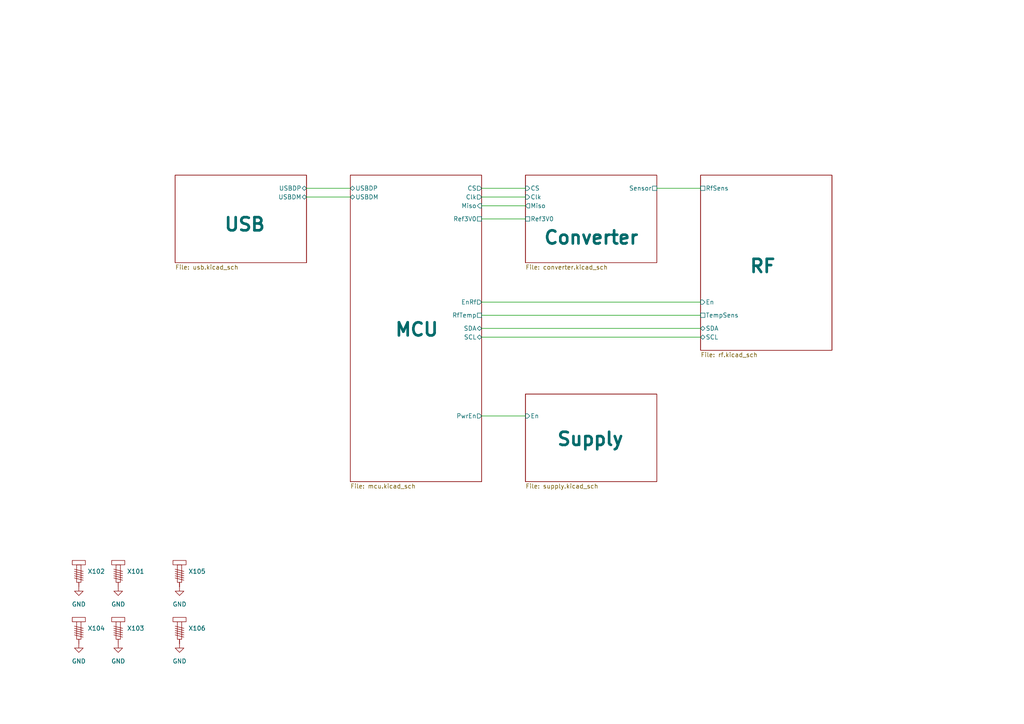
<source format=kicad_sch>
(kicad_sch (version 20211123) (generator eeschema)
  (paper "A4")
  (title_block (title "Powermeter") (date "2022-04-09") (rev "2") (company "apfau.de") (comment 1 "Top Level"))
  (lib_symbols
    (symbol ".powermeter:MountingHoleConnected" (pin_numbers hide) (pin_names (offset 1.016) hide)
      (property "Reference" "X" (at 2.54 1.27 0))
      (symbol "MountingHoleConnected_0_1"
        (rectangle (start -1.905 3.81) (end 1.905 2.54))
        (rectangle (start -0.635 2.54) (end 0.635 -2.54))
        (polyline (pts (xy -1.27 -1.27) (xy 1.27 -1.905)))
        (polyline (pts (xy -1.27 -0.635) (xy 1.27 -1.27)))
        (polyline (pts (xy -1.27 0) (xy 1.27 -0.635)))
        (polyline (pts (xy -1.27 0.635) (xy 1.27 0)))
        (polyline (pts (xy -1.27 1.27) (xy 1.27 0.635)))
      )
      (symbol "MountingHoleConnected_1_1"
        (pin passive line (at 0 -3.81 90) (length 1.27) (name "1") (number "1"))
      )
    )
    (symbol "power:GND" (power) (pin_names (offset 0))
      (property "Value" "GND" (at 0 -3.81 0))
      (symbol "GND_0_1"
        (polyline (pts (xy 0 0) (xy 0 -1.27) (xy 1.27 -1.27) (xy 0 -2.54) (xy -1.27 -1.27) (xy 0 -1.27)))
      )
      (symbol "GND_1_1"
        (pin power_in line (at 0 0 270) (length 0) hide (name "GND") (number "1"))
      )
    )
  )
  (wire (pts (xy 139.7 91.44) (xy 203.2 91.44)))
  (wire (pts (xy 139.7 59.69) (xy 152.4 59.69)))
  (wire (pts (xy 139.7 120.65) (xy 152.4 120.65)))
  (wire (pts (xy 139.7 95.25) (xy 203.2 95.25)))
  (wire (pts (xy 88.9 54.61) (xy 101.6 54.61)))
  (wire (pts (xy 139.7 54.61) (xy 152.4 54.61)))
  (wire (pts (xy 139.7 57.15) (xy 152.4 57.15)))
  (wire (pts (xy 190.5 54.61) (xy 203.2 54.61)))
  (wire (pts (xy 139.7 87.63) (xy 203.2 87.63)))
  (wire (pts (xy 139.7 63.5) (xy 152.4 63.5)))
  (wire (pts (xy 139.7 97.79) (xy 203.2 97.79)))
  (wire (pts (xy 88.9 57.15) (xy 101.6 57.15)))
  (symbol (lib_id ".powermeter:MountingHoleConnected") (at 52.07 182.88 0) (unit 1)
    (property "Reference" "X106" (at 54.61 182.2449 0) (effects (justify left)))
    (property "Value" "MountingHoleConnected" (effects hide))
    (property "Footprint" "MountingHole:MountingHole_2.2mm_M2_Pad" (effects hide))
  )
  (symbol (lib_id "power:GND") (at 34.29 186.69 0) (unit 1)
    (property "Reference" "#PWR0103" (effects hide))
    (property "Value" "GND" (at 34.29 191.77 0))
  )
  (symbol (lib_id "power:GND") (at 34.29 170.18 0) (unit 1)
    (property "Reference" "#PWR0101" (effects hide))
    (property "Value" "GND" (at 34.29 175.26 0))
  )
  (symbol (lib_id "power:GND") (at 52.07 186.69 0) (unit 1)
    (property "Reference" "#PWR0107" (effects hide))
    (property "Value" "GND" (at 52.07 191.77 0))
  )
  (symbol (lib_id "power:GND") (at 52.07 170.18 0) (unit 1)
    (property "Reference" "#PWR0106" (effects hide))
    (property "Value" "GND" (at 52.07 175.26 0))
  )
  (symbol (lib_id ".powermeter:MountingHoleConnected") (at 22.86 166.37 0) (unit 1)
    (property "Reference" "X102" (at 25.4 165.7349 0) (effects (justify left)))
    (property "Value" "MountingHoleConnected" (effects hide))
    (property "Footprint" "MountingHole:MountingHole_3.2mm_M3_Pad" (effects hide))
  )
  (symbol (lib_id ".powermeter:MountingHoleConnected") (at 52.07 166.37 0) (unit 1)
    (property "Reference" "X105" (at 54.61 165.7349 0) (effects (justify left)))
    (property "Value" "MountingHoleConnected" (effects hide))
    (property "Footprint" "MountingHole:MountingHole_2.2mm_M2_Pad" (effects hide))
  )
  (symbol (lib_id ".powermeter:MountingHoleConnected") (at 22.86 182.88 0) (unit 1)
    (property "Reference" "X104" (at 25.4 182.2449 0) (effects (justify left)))
    (property "Value" "MountingHoleConnected" (effects hide))
    (property "Footprint" "MountingHole:MountingHole_3.2mm_M3_Pad" (effects hide))
  )
  (symbol (lib_id "power:GND") (at 22.86 170.18 0) (unit 1)
    (property "Reference" "#PWR0102" (effects hide))
    (property "Value" "GND" (at 22.86 175.26 0))
  )
  (symbol (lib_id "power:GND") (at 22.86 186.69 0) (unit 1)
    (property "Reference" "#PWR0104" (effects hide))
    (property "Value" "GND" (at 22.86 191.77 0))
  )
  (symbol (lib_id ".powermeter:MountingHoleConnected") (at 34.29 166.37 0) (unit 1)
    (property "Reference" "X101" (at 36.83 165.7349 0) (effects (justify left)))
    (property "Value" "MountingHoleConnected" (effects hide))
    (property "Footprint" "MountingHole:MountingHole_3.2mm_M3_Pad" (effects hide))
  )
  (symbol (lib_id ".powermeter:MountingHoleConnected") (at 34.29 182.88 0) (unit 1)
    (property "Reference" "X103" (at 36.83 182.2449 0) (effects (justify left)))
    (property "Value" "MountingHoleConnected" (effects hide))
    (property "Footprint" "MountingHole:MountingHole_3.2mm_M3_Pad" (effects hide))
  )
  (sheet (at 203.2 50.8) (size 38.1 50.8) (stroke (width 0.1524))
    (property "Sheet name" "RF" (at 217.17 74.93 0) (effects (font (size 3.81 3.81) bold) (justify left top)))
    (property "Sheet file" "rf.kicad_sch" (at 203.2 102.1846 0) (effects (justify left top)))
    (pin "SDA" bidirectional (at 203.2 95.25 180))
    (pin "SCL" bidirectional (at 203.2 97.79 180))
    (pin "TempSens" passive (at 203.2 91.44 180))
    (pin "RfSens" passive (at 203.2 54.61 180))
    (pin "En" input (at 203.2 87.63 180))
  )
  (sheet (at 152.4 114.3) (size 38.1 25.4) (stroke (width 0.1524))
    (property "Sheet name" "Supply" (at 161.29 129.54 0) (effects (font (size 3.81 3.81) bold) (justify left bottom)))
    (property "Sheet file" "supply.kicad_sch" (at 152.4 140.2846 0) (effects (justify left top)))
    (pin "En" input (at 152.4 120.65 180))
  )
  (sheet (at 50.8 50.8) (size 38.1 25.4) (stroke (width 0.1524))
    (property "Sheet name" "USB" (at 64.77 67.31 0) (effects (font (size 3.81 3.81) bold) (justify left bottom)))
    (property "Sheet file" "usb.kicad_sch" (at 50.8 76.7846 0) (effects (justify left top)))
    (pin "USBDP" bidirectional (at 88.9 54.61 0))
    (pin "USBDM" bidirectional (at 88.9 57.15 0))
  )
  (sheet (at 101.6 50.8) (size 38.1 88.9) (stroke (width 0.1524))
    (property "Sheet name" "MCU" (at 114.3 97.79 0) (effects (font (size 3.81 3.81) bold) (justify left bottom)))
    (property "Sheet file" "mcu.kicad_sch" (at 101.6 140.2846 0) (effects (justify left top)))
    (pin "USBDP" bidirectional (at 101.6 54.61 180))
    (pin "USBDM" bidirectional (at 101.6 57.15 180))
    (pin "SCL" bidirectional (at 139.7 97.79 0))
    (pin "SDA" bidirectional (at 139.7 95.25 0))
    (pin "Ref3V0" passive (at 139.7 63.5 0))
    (pin "CS" output (at 139.7 54.61 0))
    (pin "Miso" input (at 139.7 59.69 0))
    (pin "Clk" output (at 139.7 57.15 0))
    (pin "RfTemp" passive (at 139.7 91.44 0))
    (pin "EnRf" output (at 139.7 87.63 0))
    (pin "PwrEn" output (at 139.7 120.65 0))
  )
  (sheet (at 152.4 50.8) (size 38.1 25.4) (stroke (width 0.1524))
    (property "Sheet name" "Converter" (at 157.48 71.12 0) (effects (font (size 3.81 3.81) bold) (justify left bottom)))
    (property "Sheet file" "converter.kicad_sch" (at 152.4 76.7846 0) (effects (justify left top)))
    (pin "Miso" output (at 152.4 59.69 180))
    (pin "CS" input (at 152.4 54.61 180))
    (pin "Clk" input (at 152.4 57.15 180))
    (pin "Ref3V0" passive (at 152.4 63.5 180))
    (pin "Sensor" passive (at 190.5 54.61 0))
  )
)
</source>
